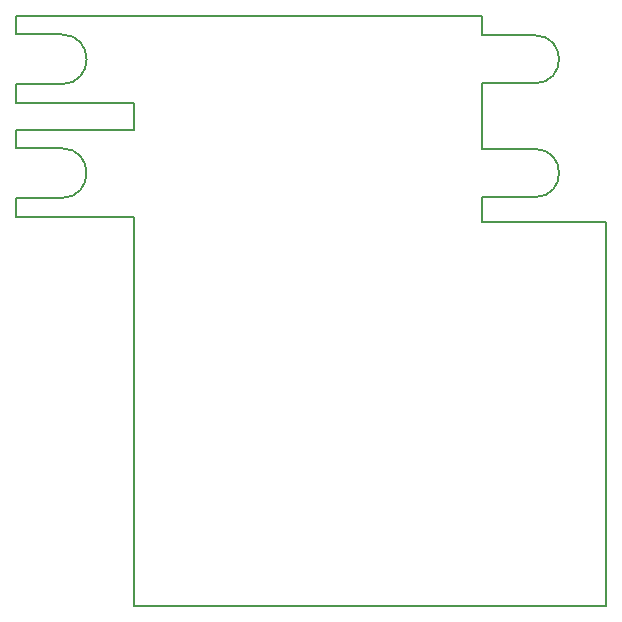
<source format=gko>
G04 #@! TF.FileFunction,Profile,NP*
%FSLAX46Y46*%
G04 Gerber Fmt 4.6, Leading zero omitted, Abs format (unit mm)*
G04 Created by KiCad (PCBNEW 4.0.7-e2-6376~58~ubuntu16.04.1) date Mon Nov  6 12:00:07 2017*
%MOMM*%
%LPD*%
G01*
G04 APERTURE LIST*
%ADD10C,0.100000*%
%ADD11C,0.150000*%
G04 APERTURE END LIST*
D10*
D11*
X162433000Y-96368000D02*
X166905000Y-96368000D01*
X162433000Y-98526000D02*
X162433000Y-96368000D01*
X162433000Y-92308000D02*
X166905000Y-92308000D01*
X162433000Y-86731000D02*
X162433000Y-92303000D01*
X166905000Y-86731000D02*
X162433000Y-86731000D01*
X162433000Y-82681000D02*
X166905000Y-82681000D01*
X162433000Y-81026000D02*
X162433000Y-82681000D01*
X166905000Y-86737000D02*
G75*
G03X166905000Y-82681000I0J2028000D01*
G01*
X166905000Y-96378000D02*
G75*
G03X166905000Y-92308000I0J2035000D01*
G01*
X122936000Y-96443000D02*
X126836000Y-96443000D01*
X122936000Y-98026000D02*
X122936000Y-96443000D01*
X122936000Y-92243000D02*
X126836000Y-92243000D01*
X122936000Y-90660000D02*
X122936000Y-92243000D01*
X122936000Y-86806000D02*
X126836000Y-86806000D01*
X122936000Y-88392000D02*
X122936000Y-86806000D01*
X122936000Y-82606000D02*
X126836000Y-82606000D01*
X122936000Y-81026000D02*
X122936000Y-82606000D01*
X126836000Y-86812000D02*
G75*
G03X126836000Y-82606000I0J2103000D01*
G01*
X126836000Y-96443000D02*
G75*
G03X126836000Y-92243000I0J2100000D01*
G01*
X162433000Y-98526000D02*
X172936000Y-98526000D01*
X122936000Y-81026000D02*
X162433000Y-81026000D01*
X172936000Y-131026000D02*
X172936000Y-98526000D01*
X132936000Y-131026000D02*
X172936000Y-131026000D01*
X132936000Y-98026000D02*
X132936000Y-131026000D01*
X122936000Y-98026000D02*
X132936000Y-98026000D01*
X132936000Y-90660000D02*
X122936000Y-90660000D01*
X132936000Y-88392000D02*
X132936000Y-90660000D01*
X122936000Y-88392000D02*
X132936000Y-88392000D01*
M02*

</source>
